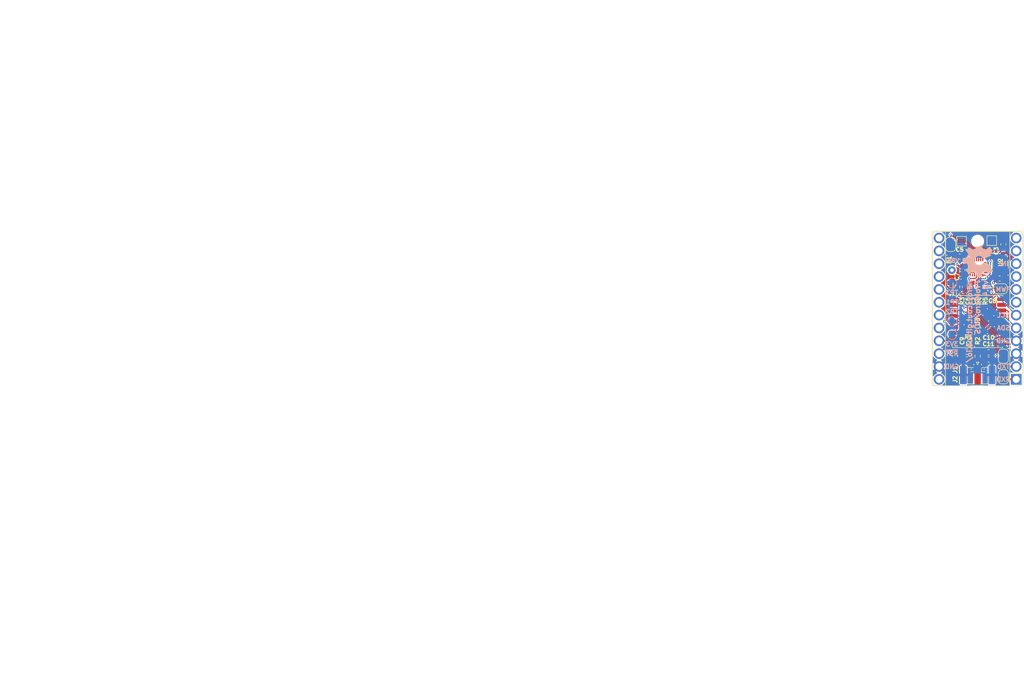
<source format=kicad_pcb>
(kicad_pcb (version 20240108) (generator "pcbnew") (generator_version "8.0")
  (title_block (title "ProMicro_POS") (date "2021-03-15") (rev "v3.4") (company "Stefan Herold") (comment 1 "CERN-OHL-S-2.0"))
  (layers (0 "F.Cu" mixed) (1 "In1.Cu" power) (2 "In2.Cu" power) (31 "B.Cu" mixed) (34 "B.Paste" user) (35 "F.Paste" user) (36 "B.SilkS" user "B.Silkscreen") (37 "F.SilkS" user "F.Silkscreen") (38 "B.Mask" user) (39 "F.Mask" user) (44 "Edge.Cuts" user))
  (net 0 "")
  (net 1 "GND")
  (net 2 "+3V3")
  (net 3 "Net-(L1-Pad1)")
  (net 4 "Net-(D1-Pad2)")
  (net 5 "Net-(C5-Pad1)")
  (net 6 "Net-(R1-Pad2)")
  (net 7 "Net-(TP1-Pad1)")
  (net 8 "Net-(TP2-Pad1)")
  (net 9 "Net-(TP3-Pad1)")
  (net 10 "Net-(JP1-Pad1)")
  (net 11 "Net-(JP2-Pad1)")
  (net 12 "+1V8")
  (net 13 "Net-(C10-Pad1)")
  (net 14 "Net-(C11-Pad1)")
  (net 15 "Net-(JP3-Pad1)")
  (net 16 "Net-(JP4-Pad2)")
  (net 17 "Net-(R3-Pad2)")
  (net 18 "Net-(TP4-Pad1)")
  (net 19 "RXD")
  (net 20 "TXD")
  (net 21 "SDA")
  (net 22 "SCL")
  (net 23 "PWM")
  (net 24 "~{RST}")
  (net 25 "INT")
  (net 26 "Net-(A1-Pad13)")
  (net 27 "Net-(A1-Pad14)")
  (net 28 "Net-(A1-Pad15)")
  (net 29 "Net-(A1-Pad16)")
  (net 30 "Net-(A1-Pad7)")
  (net 31 "Net-(A1-Pad17)")
  (net 32 "Net-(A1-Pad18)")
  (net 33 "Net-(A1-Pad9)")
  (net 34 "Net-(A1-Pad19)")
  (net 35 "Net-(A1-Pad20)")
  (net 36 "Net-(A1-Pad11)")
  (net 37 "Net-(A1-Pad12)")
  (net 38 "+5V")
  (net 39 "Net-(U2-Pad4)")
  (net 40 "Net-(U3-Pad13)")
  (net 41 "Net-(U3-Pad15)")
  (net 42 "Net-(U3-Pad18)")
  (footprint "Connector_Coaxial:SMA_Samtec_SMA-J-P-H-ST-EM1_EdgeMount" (layer "F.Cu") (at 224.38 100.965 -90)
    (property "Reference" "J2" (at 0.635 4.445 90) (layer "F.SilkS") (effects (font (size 0.8 0.8) (thickness 0.2))))
    (property "Value" "Coax")
    (pad "1" smd roundrect (at 0 0) (size 1.27 3.2) (layers "F.Cu" "F.Mask") (roundrect_rratio 0.1968503937) (net 14 "Net-(C11-Pad1)"))
    (pad "2" smd roundrect (at -0.25 -2.825) (size 1.35 3.7) (layers "F.Cu" "F.Mask") (roundrect_rratio 0.1851851852) (net 1 "GND"))
    (pad "2" smd roundrect (at -0.25 -2.825) (size 1.35 3.7) (layers "B.Cu" "B.Mask") (roundrect_rratio 0.1851851852) (net 1 "GND"))
    (pad "2" smd roundrect (at -0.25 2.825) (size 1.35 3.7) (layers "F.Cu" "F.Mask") (roundrect_rratio 0.1851851852) (net 1 "GND"))
    (pad "2" smd roundrect (at -0.25 2.825) (size 1.35 3.7) (layers "B.Cu" "B.Mask") (roundrect_rratio 0.1851851852) (net 1 "GND"))
  )
  (footprint "Capacitor_SMD:C_0603_1608Metric" (layer "F.Cu") (at 226.539 96.266)
    (property "Reference" "C10" (at 0 -2.921 0) (layer "F.SilkS") (effects (font (size 0.8 0.8) (thickness 0.2))))
    (property "Value" "DNP")
    (pad "1" smd roundrect (at -0.775 0) (size 0.9 0.95) (layers "F.Cu" "F.Paste" "F.Mask") (net 13 "Net-(C10-Pad1)"))
    (pad "2" smd roundrect (at 0.775 0) (size 0.9 0.95) (layers "F.Cu" "F.Paste" "F.Mask") (net 1 "GND"))
  )
  (footprint "Capacitor_SMD:C_0603_1608Metric" (layer "F.Cu") (at 226.539 97.663)
    (property "Reference" "C11" (at 0 -3.048 0) (layer "F.SilkS") (effects (font (size 0.8 0.8) (thickness 0.2))))
    (property "Value" "DNP")
    (pad "1" smd roundrect (at -0.775 0) (size 0.9 0.95) (layers "F.Cu" "F.Paste" "F.Mask") (net 14 "Net-(C11-Pad1)"))
    (pad "2" smd roundrect (at 0.775 0) (size 0.9 0.95) (layers "F.Cu" "F.Paste" "F.Mask") (net 1 "GND"))
  )
  (footprint "Resistor_SMD:R_0603_1608Metric" (layer "F.Cu") (at 224.38 97.028 90)
    (property "Reference" "R2" (at 3.048 0 90) (layer "F.SilkS") (effects (font (size 0.8 0.8) (thickness 0.2))))
    (property "Value" "0")
    (pad "1" smd roundrect (at -0.825 0 90) (size 0.8 0.95) (layers "F.Cu" "F.Paste" "F.Mask") (net 14 "Net-(C11-Pad1)"))
    (pad "2" smd roundrect (at 0.825 0 90) (size 0.8 0.95) (layers "F.Cu" "F.Paste" "F.Mask") (net 13 "Net-(C10-Pad1)"))
  )
  (footprint "RF_GPS:ublox_MAX" (layer "F.Cu") (at 224.38 90.17)
    (property "Reference" "U3" (at 0 0 90) (layer "F.SilkS") (effects (font (size 0.8 0.8) (thickness 0.2))))
    (property "Value" "SIM28ML" (hide yes))
    (pad "1" smd roundrect (at -4.75 -4.4) (size 1.8 0.7) (layers "F.Cu" "F.Paste" "F.Mask") (net 1 "GND"))
    (pad "2" smd roundrect (at -4.75 -3.3) (size 1.8 0.8) (layers "F.Cu" "F.Paste" "F.Mask") (net 15 "Net-(JP3-Pad1)"))
    (pad "3" smd roundrect (at -4.75 -2.2) (size 1.8 0.8) (layers "F.Cu" "F.Paste" "F.Mask") (net 11 "Net-(JP2-Pad1)"))
    (pad "4" smd roundrect (at -4.75 -1.1) (size 1.8 0.8) (layers "F.Cu" "F.Paste" "F.Mask") (net 17 "Net-(R3-Pad2)"))
    (pad "5" smd roundrect (at -4.75 0) (size 1.8 0.8) (layers "F.Cu" "F.Paste" "F.Mask") (net 16 "Net-(JP4-Pad2)"))
    (pad "6" smd roundrect (at -4.75 1.1) (size 1.8 0.8) (layers "F.Cu" "F.Paste" "F.Mask") (net 18 "Net-(TP4-Pad1)"))
    (pad "7" smd roundrect (at -4.75 2.2) (size 1.8 0.8) (layers "F.Cu" "F.Paste" "F.Mask") (net 2 "+3V3"))
    (pad "8" smd roundrect (at -4.75 3.3) (size 1.8 0.8) (layers "F.Cu" "F.Paste" "F.Mask") (net 2 "+3V3"))
    (pad "9" smd roundrect (at -4.75 4.4) (size 1.8 0.7) (layers "F.Cu" "F.Paste" "F.Mask") (net 24 "~{RST}"))
    (pad "10" smd roundrect (at 4.75 4.4) (size 1.8 0.7) (layers "F.Cu" "F.Paste" "F.Mask") (net 1 "GND"))
    (pad "11" smd roundrect (at 4.75 3.3) (size 1.8 0.8) (layers "F.Cu" "F.Paste" "F.Mask") (net 13 "Net-(C10-Pad1)"))
    (pad "12" smd roundrect (at 4.75 2.2) (size 1.8 0.8) (layers "F.Cu" "F.Paste" "F.Mask") (net 1 "GND"))
    (pad "13" smd roundrect (at 4.75 1.1) (size 1.8 0.8) (layers "F.Cu" "F.Paste" "F.Mask") (net 40 "Net-(U3-Pad13)"))
    (pad "14" smd roundrect (at 4.75 0) (size 1.8 0.8) (layers "F.Cu" "F.Paste" "F.Mask") (net 6 "Net-(R1-Pad2)"))
    (pad "15" smd roundrect (at 4.75 -1.1) (size 1.8 0.8) (layers "F.Cu" "F.Paste" "F.Mask") (net 41 "Net-(U3-Pad15)"))
    (pad "16" smd roundrect (at 4.75 -2.2) (size 1.8 0.8) (layers "F.Cu" "F.Paste" "F.Mask") (net 21 "SDA"))
    (pad "17" smd roundrect (at 4.75 -3.3) (size 1.8 0.8) (layers "F.Cu" "F.Paste" "F.Mask") (net 22 "SCL"))
    (pad "18" smd roundrect (at 4.75 -4.4) (size 1.8 0.7) (layers "F.Cu" "F.Paste" "F.Mask") (net 42 "Net-(U3-Pad18)"))
  )
  (footprint "LED_SMD:LED_0603_1608Metric" (layer "F.Cu") (at 218.792 83.312 90)
    (property "Reference" "D1" (at 5.334 0 90) (layer "F.SilkS") (effects (font (size 0.8 0.8) (thickness 0.2))))
    (property "Value" "LED" (hide yes))
    (pad "1" smd roundrect (at -0.7875 0 90) (size 0.875 0.95) (layers "F.Cu" "F.Paste" "F.Mask") (net 1 "GND"))
    (pad "2" smd roundrect (at 0.7875 0 90) (size 0.875 0.95) (layers "F.Cu" "F.Paste" "F.Mask") (net 4 "Net-(D1-Pad2)"))
  )
  (footprint "Jumper:SolderJumper-2_P1.3mm_Bridged_RoundedPad1.0x1.5mm" (layer "F.Cu") (at 229.46 97.028 -90)
    (property "Reference" "JP3" (hide yes))
    (property "Value" "Jumper_NC_Small" (hide yes))
    (fp_poly (pts (xy 0.25 -0.3) (xy -0.25 -0.3) (xy -0.25 0.3) (xy 0.25 0.3)) (fill solid) (layer "F.Cu"))
    (pad "1" smd custom (at -0.65 0 270) (size 1 0.5) (layers "F.Cu" "F.Mask") (net 15 "Net-(JP3-Pad1)") (options (clearance outline) (anchor rect)) (primitives (gr_circle (center 0 0.25) (end 0.5 0.25) (width 0) (fill yes)) (gr_circle (center 0 -0.25) (end 0.5 -0.25) (width 0) (fill yes)) (gr_poly (pts (xy 0.5 0.75) (xy 0 0.75) (xy 0 -0.75) (xy 0.5 -0.75)) (width 0) (fill yes))))
    (pad "2" smd custom (at 0.65 0 270) (size 1 0.5) (layers "F.Cu" "F.Mask") (net 20 "TXD") (options (clearance outline) (anchor rect)) (primitives (gr_circle (center 0 0.25) (end 0.5 0.25) (width 0) (fill yes)) (gr_circle (center 0 -0.25) (end 0.5 -0.25) (width 0) (fill yes)) (gr_poly (pts (xy 0 0.75) (xy -0.5 0.75) (xy -0.5 -0.75) (xy 0 -0.75)) (width 0) (fill yes))))
  )
  (footprint "Connector_Coaxial:U.FL_Hirose_U.FL-R-SMT-1_Vertical" (layer "F.Cu") (at 224.38 100.965 -90)
    (property "Reference" "J1" (at -1.27 4.445 90) (layer "F.SilkS") (effects (font (size 0.8 0.8) (thickness 0.2))))
    (property "Value" "uFL")
    (pad "1" smd roundrect (at -1.05 0 270) (size 1.05 1) (layers "F.Cu" "F.Paste" "F.Mask") (net 14 "Net-(C11-Pad1)"))
    (pad "2" smd roundrect (at 0.475 -1.475 270) (size 2.2 1.05) (layers "F.Cu" "F.Paste" "F.Mask") (roundrect_rratio 0.2380952381) (net 1 "GND"))
    (pad "2" smd roundrect (at 0.475 1.475 270) (size 2.2 1.05) (layers "F.Cu" "F.Paste" "F.Mask") (roundrect_rratio 0.2380952381) (net 1 "GND"))
    (zone (net 0) (net_name "") (layers "*.Cu") (connect_pads (clearance 0)) (min_thickness 0.25)
      (keepout (tracks not_allowed) (vias not_allowed) (pads not_allowed) (copperpour not_allowed) (footprints allowed))
      (fill (thermal_gap 0.5) (thermal_bridge_width 0.5))
      (polygon (pts (xy 225.33 102.54) (xy 225.33 100.45) (xy 223.43 100.45) (xy 223.43 102.54)))
    )
  )
  (footprint "Capacitor_SMD:C_0603_1608Metric" (layer "F.Cu") (at 221.332 80.01 -90)
    (property "Reference" "C7" (at 1.27 1.016 90) (layer "F.SilkS") (effects (font (size 0.8 0.8) (thickness 0.2))))
    (property "Value" "100n")
    (pad "1" smd roundrect (at -0.775 0 270) (size 0.9 0.95) (layers "F.Cu" "F.Paste" "F.Mask") (net 2 "+3V3"))
    (pad "2" smd roundrect (at 0.775 0 270) (size 0.9 0.95) (layers "F.Cu" "F.Paste" "F.Mask") (net 1 "GND"))
  )
  (footprint "Sensor_Motion:InvenSense_QFN-24_3x3mm_P0.4mm" (layer "F.Cu") (at 224.38 79.502 180)
    (property "Reference" "U1" (at 0.127 0 90) (layer "F.SilkS") (effects (font (size 0.8 0.8) (thickness 0.2))))
    (property "Value" "MPU-9250" (hide yes))
    (pad "1" smd roundrect (at -1.5 -1 180) (size 0.55 0.2) (layers "F.Cu" "F.Paste" "F.Mask") (net 2 "+3V3"))
    (pad "2" smd roundrect (at -1.5 -0.6 180) (size 0.55 0.2) (layers "F.Cu" "F.Paste" "F.Mask"))
    (pad "3" smd roundrect (at -1.5 -0.2 180) (size 0.55 0.2) (layers "F.Cu" "F.Paste" "F.Mask"))
    (pad "4" smd roundrect (at -1.5 0.2 180) (size 0.55 0.2) (layers "F.Cu" "F.Paste" "F.Mask"))
    (pad "5" smd roundrect (at -1.5 0.6 180) (size 0.55 0.2) (layers "F.Cu" "F.Paste" "F.Mask"))
    (pad "6" smd roundrect (at -1.5 1 180) (size 0.55 0.2) (layers "F.Cu" "F.Paste" "F.Mask"))
    (pad "7" smd roundrect (at -1 1.5 270) (size 0.55 0.2) (layers "F.Cu" "F.Paste" "F.Mask") (net 8 "Net-(TP2-Pad1)"))
    (pad "8" smd roundrect (at -0.6 1.5 270) (size 0.55 0.2) (layers "F.Cu" "F.Paste" "F.Mask") (net 12 "+1V8"))
    (pad "9" smd roundrect (at -0.2 1.5 270) (size 0.55 0.2) (layers "F.Cu" "F.Paste" "F.Mask") (net 2 "+3V3"))
    (pad "10" smd roundrect (at 0.2 1.5 270) (size 0.55 0.2) (layers "F.Cu" "F.Paste" "F.Mask") (net 5 "Net-(C5-Pad1)"))
    (pad "11" smd roundrect (at 0.6 1.5 270) (size 0.55 0.2) (layers "F.Cu" "F.Paste" "F.Mask") (net 9 "Net-(TP3-Pad1)"))
    (pad "12" smd roundrect (at 1 1.5 270) (size 0.55 0.2) (layers "F.Cu" "F.Paste" "F.Mask") (net 10 "Net-(JP1-Pad1)"))
    (pad "13" smd roundrect (at 1.5 1 180) (size 0.55 0.2) (layers "F.Cu" "F.Paste" "F.Mask") (net 2 "+3V3"))
    (pad "14" smd roundrect (at 1.5 0.6 180) (size 0.55 0.2) (layers "F.Cu" "F.Paste" "F.Mask"))
    (pad "15" smd roundrect (at 1.5 0.2 180) (size 0.55 0.2) (layers "F.Cu" "F.Paste" "F.Mask"))
    (pad "16" smd roundrect (at 1.5 -0.2 180) (size 0.55 0.2) (layers "F.Cu" "F.Paste" "F.Mask"))
    (pad "17" smd roundrect (at 1.5 -0.6 180) (size 0.55 0.2) (layers "F.Cu" "F.Paste" "F.Mask"))
    (pad "18" smd roundrect (at 1.5 -1 180) (size 0.55 0.2) (layers "F.Cu" "F.Paste" "F.Mask") (net 1 "GND"))
    (pad "19" smd roundrect (at 1 -1.5 270) (size 0.55 0.2) (layers "F.Cu" "F.Paste" "F.Mask"))
    (pad "20" smd roundrect (at 0.6 -1.5 270) (size 0.55 0.2) (layers "F.Cu" "F.Paste" "F.Mask") (net 1 "GND"))
    (pad "21" smd roundrect (at 0.2 -1.5 270) (size 0.55 0.2) (layers "F.Cu" "F.Paste" "F.Mask") (net 7 "Net-(TP1-Pad1)"))
    (pad "22" smd roundrect (at -0.2 -1.5 270) (size 0.55 0.2) (layers "F.Cu" "F.Paste" "F.Mask") (net 2 "+3V3"))
    (pad "23" smd roundrect (at -0.6 -1.5 270) (size 0.55 0.2) (layers "F.Cu" "F.Paste" "F.Mask") (net 22 "SCL"))
    (pad "24" smd roundrect (at -1 -1.5 270) (size 0.55 0.2) (layers "F.Cu" "F.Paste" "F.Mask") (net 21 "SDA"))
    (zone (net 0) (net_name "") (layer "F.Cu") (connect_pads (clearance 0)) (min_thickness 0.254)
      (keepout (tracks not_allowed) (vias not_allowed) (pads not_allowed) (copperpour not_allowed) (footprints allowed))
      (fill (thermal_gap 0.508) (thermal_bridge_width 0.508))
      (polygon (pts (xy 225.255 80.297) (xy 223.505 80.297) (xy 223.505 78.707) (xy 225.255 78.707)))
    )
  )
  (footprint "Resistor_SMD:R_0603_1608Metric" (layer "F.Cu") (at 220.316 83.312 -90)
    (property "Reference" "R3" (at 2.794 -1.016 90) (layer "F.SilkS") (effects (font (size 0.8 0.8) (thickness 0.2))))
    (property "Value" "1k")
    (pad "1" smd roundrect (at -0.825 0 270) (size 0.8 0.95) (layers "F.Cu" "F.Paste" "F.Mask") (net 4 "Net-(D1-Pad2)"))
    (pad "2" smd roundrect (at 0.825 0 270) (size 0.8 0.95) (layers "F.Cu" "F.Paste" "F.Mask") (net 17 "Net-(R3-Pad2)"))
  )
  (footprint "TestPoint:TestPoint_Pad_1.5x1.5mm" (layer "F.Cu") (at 221.205 74.295)
    (property "Reference" "TP5" (hide yes))
    (property "Value" "TestPoint" (hide yes))
    (pad "1" smd rect (at 0 0) (size 1.5 1.5) (layers "F.Cu" "F.Mask") (net 1 "GND"))
  )
  (footprint "TestPoint:TestPoint_Pad_1.5x1.5mm" (layer "F.Cu") (at 227.174 74.168 90)
    (property "Reference" "TP6" (hide yes))
    (property "Value" "TestPoint" (hide yes))
    (pad "1" smd rect (at 0 0 90) (size 1.5 1.5) (layers "F.Cu" "F.Mask") (net 1 "GND"))
  )
  (footprint "Capacitor_SMD:C_0603_1608Metric" (layer "F.Cu") (at 220.824 77.343 180)
    (property "Reference" "C5" (at 0 1.397 0) (layer "F.SilkS") (effects (font (size 0.8 0.8) (thickness 0.2))))
    (property "Value" "100n")
    (pad "1" smd roundrect (at -0.775 0 180) (size 0.9 0.95) (layers "F.Cu" "F.Paste" "F.Mask") (net 5 "Net-(C5-Pad1)"))
    (pad "2" smd roundrect (at 0.775 0 180) (size 0.9 0.95) (layers "F.Cu" "F.Paste" "F.Mask") (net 1 "GND"))
  )
  (footprint "Jumper:SolderJumper-2_P1.3mm_Open_RoundedPad1.0x1.5mm" (layer "F.Cu") (at 228.825 83.693 180)
    (property "Reference" "JP4" (hide yes))
    (property "Value" "SolderJumper_2_Open" (hide yes))
    (pad "1" smd custom (at -0.65 0 180) (size 1 0.5) (layers "F.Cu" "F.Mask") (net 23 "PWM") (options (clearance outline) (anchor rect)) (primitives (gr_circle (center 0 0.25) (end 0.5 0.25) (width 0) (fill yes)) (gr_circle (center 0 -0.25) (end 0.5 -0.25) (width 0) (fill yes)) (gr_poly (pts (xy 0.5 0.75) (xy 0 0.75) (xy 0 -0.75) (xy 0.5 -0.75)) (width 0) (fill yes))))
    (pad "2" smd custom (at 0.65 0 180) (size 1 0.5) (layers "F.Cu" "F.Mask") (net 16 "Net-(JP4-Pad2)") (options (clearance outline) (anchor rect)) (primitives (gr_circle (center 0 0.25) (end 0.5 0.25) (width 0) (fill yes)) (gr_circle (center 0 -0.25) (end 0.5 -0.25) (width 0) (fill yes)) (gr_poly (pts (xy 0 0.75) (xy -0.5 0.75) (xy -0.5 -0.75) (xy 0 -0.75)) (width 0) (fill yes))))
  )
  (footprint "Inductor_SMD:L_0603_1608Metric" (layer "F.Cu") (at 222.221 97.663)
    (property "Reference" "L1" (at 0.508 -3.048 0) (layer "F.SilkS") (effects (font (size 0.8 0.8) (thickness 0.2))))
    (property "Value" "27n")
    (pad "1" smd roundrect (at -0.7875 0) (size 0.875 0.95) (layers "F.Cu" "F.Paste" "F.Mask") (net 3 "Net-(L1-Pad1)"))
    (pad "2" smd roundrect (at 0.7875 0) (size 0.875 0.95) (layers "F.Cu" "F.Paste" "F.Mask") (net 14 "Net-(C11-Pad1)"))
  )
  (footprint "Jumper:SolderJumper-2_P1.3mm_Open_RoundedPad1.0x1.5mm" (layer "F.Cu") (at 229.46 101.092 -90)
    (property "Reference" "JP2" (hide yes))
    (property "Value" "Jumper_NO_Small" (hide yes))
    (pad "1" smd custom (at -0.65 0 270) (size 1 0.5) (layers "F.Cu" "F.Mask") (net 11 "Net-(JP2-Pad1)") (options (clearance outline) (anchor rect)) (primitives (gr_circle (center 0 0.25) (end 0.5 0.25) (width 0) (fill yes)) (gr_circle (center 0 -0.25) (end 0.5 -0.25) (width 0) (fill yes)) (gr_poly (pts (xy 0.5 0.75) (xy 0 0.75) (xy 0 -0.75) (xy 0.5 -0.75)) (width 0) (fill yes))))
    (pad "2" smd custom (at 0.65 0 270) (size 1 0.5) (layers "F.Cu" "F.Mask") (net 19 "RXD") (options (clearance outline) (anchor rect)) (primitives (gr_circle (center 0 0.25) (end 0.5 0.25) (width 0) (fill yes)) (gr_circle (center 0 -0.25) (end 0.5 -0.25) (width 0) (fill yes)) (gr_poly (pts (xy 0 0.75) (xy -0.5 0.75) (xy -0.5 -0.75) (xy 0 -0.75)) (width 0) (fill yes))))
  )
  (footprint "TestPoint:TestPoint_THTPad_D1.5mm_Drill0.7mm" (layer "F.Cu") (at 219.3 80.01)
    (property "Reference" "TP4" (hide yes))
    (property "Value" "VBAT" (at 0 -1.905 0) (layer "B.SilkS") (effects (font (size 0.8 0.8) (thickness 0.2)) (justify mirror)))
    (pad "1" thru_hole circle (at 0 0) (size 1.5 1.5) (drill 0.7) (layers "*.Cu" "*.Mask") (net 18 "Net-(TP4-Pad1)"))
  )
  (footprint "MountingHole:MountingHole_2.1mm" (layer "F.Cu") (at 224.38 74.295)
    (property "Reference" "H2" (hide yes))
    (property "Value" "MountingHole" (hide yes))
    (pad "" np_thru_hole circle (at 0 0) (size 2.1 2.1) (drill 2.1) (layers "*.Cu" "*.Mask"))
  )
  (footprint "Capacitor_SMD:C_0603_1608Metric" (layer "F.Cu") (at 223.364 83.312 -90)
    (property "Reference" "C2" (at 2.794 -0.254 90) (layer "F.SilkS") (effects (font (size 0.8 0.8) (thickness 0.2))))
    (property "Value" "100n")
    (pad "1" smd roundrect (at -0.775 0 270) (size 0.9 0.95) (layers "F.Cu" "F.Paste" "F.Mask") (net 2 "+3V3"))
    (pad "2" smd roundrect (at 0.775 0 270) (size 0.9 0.95) (layers "F.Cu" "F.Paste" "F.Mask") (net 1 "GND"))
  )
  (footprint "Package_TO_SOT_SMD:SOT-23-5" (layer "F.Cu") (at 228.886 78.867 90)
    (property "Reference" "U2" (at 0.381 0 90) (layer "F.SilkS") (effects (font (size 0.8 0.8) (thickness 0.2))))
    (property "Value" "AP2112K-1.8" (hide yes))
    (pad "1" smd roundrect (at -1.1375 -0.95 90) (size 1.325 0.6) (layers "F.Cu" "F.Paste" "F.Mask") (net 2 "+3V3"))
    (pad "2" smd roundrect (at -1.1375 0 90) (size 1.325 0.6) (layers "F.Cu" "F.Paste" "F.Mask") (net 1 "GND"))
    (pad "3" smd roundrect (at -1.1375 0.95 90) (size 1.325 0.6) (layers "F.Cu" "F.Paste" "F.Mask") (net 2 "+3V3"))
    (pad "4" smd roundrect (at 1.1375 0.95 90) (size 1.325 0.6) (layers "F.Cu" "F.Paste" "F.Mask") (net 39 "Net-(U2-Pad4)"))
    (pad "5" smd roundrect (at 1.1375 -0.95 90) (size 1.325 0.6) (layers "F.Cu" "F.Paste" "F.Mask") (net 12 "+1V8"))
  )
  (footprint "Jumper:SolderJumper-2_P1.3mm_Open_RoundedPad1.0x1.5mm" (layer "F.Cu") (at 219.046 74.93 90)
    (property "Reference" "JP1" (hide yes))
    (property "Value" "SolderJumper_2_Open" (hide yes))
    (pad "1" smd custom (at -0.65 0 90) (size 1 0.5) (layers "F.Cu" "F.Mask") (net 10 "Net-(JP1-Pad1)") (options (clearance outline) (anchor rect)) (primitives (gr_circle (center 0 0.25) (end 0.5 0.25) (width 0) (fill yes)) (gr_circle (center 0 -0.25) (end 0.5 -0.25) (width 0) (fill yes)) (gr_poly (pts (xy 0.5 0.75) (xy 0 0.75) (xy 0 -0.75) (xy 0.5 -0.75)) (width 0) (fill yes))))
    (pad "2" smd custom (at 0.65 0 90) (size 1 0.5) (layers "F.Cu" "F.Mask") (net 25 "INT") (options (clearance outline) (anchor rect)) (primitives (gr_circle (center 0 0.25) (end 0.5 0.25) (width 0) (fill yes)) (gr_circle (center 0 -0.25) (end 0.5 -0.25) (width 0) (fill yes)) (gr_poly (pts (xy 0 0.75) (xy -0.5 0.75) (xy -0.5 -0.75) (xy 0 -0.75)) (width 0) (fill yes))))
  )
  (footprint "Resistor_SMD:R_0603_1608Metric" (layer "F.Cu") (at 224.888 83.312 90)
    (property "Reference" "R4" (at -2.794 -0.127 90) (layer "F.SilkS") (effects (font (size 0.8 0.8) (thickness 0.2))))
    (property "Value" "4k7")
    (pad "1" smd roundrect (at -0.825 0 90) (size 0.8 0.95) (layers "F.Cu" "F.Paste" "F.Mask") (net 2 "+3V3"))
    (pad "2" smd roundrect (at 0.825 0 90) (size 0.8 0.95) (layers "F.Cu" "F.Paste" "F.Mask") (net 22 "SCL"))
  )
  (footprint "Module:Sparkfun_Pro_Micro" (layer "F.Cu") (at 232 101.6 180)
    (property "Reference" "A1" (hide yes))
    (property "Value" "Sparkfun_Pro_Micro")
    (pad "1" thru_hole rect (at 0 0 180) (size 2.1 2.1) (drill 1.4) (layers "*.Cu" "*.Mask") (net 19 "RXD"))
    (pad "2" thru_hole circle (at 0 2.54 180) (size 2.1 2.1) (drill 1.4) (layers "*.Cu" "*.Mask") (net 20 "TXD"))
    (pad "3" thru_hole circle (at 0 5.08 180) (size 2.1 2.1) (drill 1.4) (layers "*.Cu" "*.Mask") (net 1 "GND"))
    (pad "4" thru_hole circle (at 0 7.62 180) (size 2.1 2.1) (drill 1.4) (layers "*.Cu" "*.Mask") (net 1 "GND"))
    (pad "5" thru_hole circle (at 0 10.16 180) (size 2.1 2.1) (drill 1.4) (layers "*.Cu" "*.Mask") (net 21 "SDA"))
    (pad "6" thru_hole circle (at 0 12.7 180) (size 2.1 2.1) (drill 1.4) (layers "*.Cu" "*.Mask") (net 22 "SCL"))
    (pad "7" thru_hole circle (at 0 15.24 180) (size 2.1 2.1) (drill 1.4) (layers "*.Cu" "*.Mask") (net 30 "Net-(A1-Pad7)"))
    (pad "8" thru_hole circle (at 0 17.78 180) (size 2.1 2.1) (drill 1.4) (layers "*.Cu" "*.Mask") (net 23 "PWM"))
    (pad "9" thru_hole circle (at 0 20.32 180) (size 2.1 2.1) (drill 1.4) (layers "*.Cu" "*.Mask") (net 33 "Net-(A1-Pad9)"))
    (pad "10" thru_hole circle (at 0 22.86 180) (size 2.1 2.1) (drill 1.4) (layers "*.Cu" "*.Mask") (net 25 "INT"))
    (pad "11" thru_hole circle (at 0 25.4 180) (size 2.1 2.1) (drill 1.4) (layers "*.Cu" "*.Mask") (net 36 "Net-(A1-Pad11)"))
    (pad "12" thru_hole circle (at 0 27.94 180) (size 2.1 2.1) (drill 1.4) (layers "*.Cu" "*.Mask") (net 37 "Net-(A1-Pad12)"))
    (pad "13" thru_hole circle (at 15.24 27.94 180) (size 2.1 2.1) (drill 1.4) (layers "*.Cu" "*.Mask") (net 26 "Net-(A1-Pad13)"))
    (pad "14" thru_hole circle (at 15.24 25.4 180) (size 2.1 2.1) (drill 1.4) (layers "*.Cu" "*.Mask") (net 27 "Net-(A1-Pad14)"))
    (pad "15" thru_hole circle (at 15.24 22.86 180) (size 2.1 2.1) (drill 1.4) (layers "*.Cu" "*.Mask") (net 28 "Net-(A1-Pad15)"))
    (pad "16" thru_hole circle (at 15.24 20.32 180) (size 2.1 2.1) (drill 1.4) (layers "*.Cu" "*.Mask") (net 29 "Net-(A1-Pad16)"))
    (pad "17" thru_hole circle (at 15.24 17.78 180) (size 2.1 2.1) (drill 1.4) (layers "*.Cu" "*.Mask") (net 31 "Net-(A1-Pad17)"))
    (pad "18" thru_hole circle (at 15.24 15.24 180) (size 2.1 2.1) (drill 1.4) (layers "*.Cu" "*.Mask") (net 32 "Net-(A1-Pad18)"))
    (pad "19" thru_hole circle (at 15.24 12.7 180) (size 2.1 2.1) (drill 1.4) (layers "*.Cu" "*.Mask") (net 34 "Net-(A1-Pad19)"))
    (pad "20" thru_hole circle (at 15.24 10.16 180) (size 2.1 2.1) (drill 1.4) (layers "*.Cu" "*.Mask") (net 35 "Net-(A1-Pad20)"))
    (pad "21" thru_hole circle (at 15.24 7.62 180) (size 2.1 2.1) (drill 1.4) (layers "*.Cu" "*.Mask") (net 2 "+3V3"))
    (pad "22" thru_hole circle (at 15.24 5.08 180) (size 2.1 2.1) (drill 1.4) (layers "*.Cu" "*.Mask") (net 24 "~{RST}"))
    (pad "23" thru_hole circle (at 15.24 2.54 180) (size 2.1 2.1) (drill 1.4) (layers "*.Cu" "*.Mask") (net 1 "GND"))
    (pad "24" thru_hole circle (at 15.24 0 180) (size 2.1 2.1) (drill 1.4) (layers "*.Cu" "*.Mask") (net 38 "+5V"))
  )
  (footprint "Resistor_SMD:R_0603_1608Metric" (layer "F.Cu") (at 226.412 83.312 90)
    (property "Reference" "R5" (at -2.794 -0.508 90) (layer "F.SilkS") (effects (font (size 0.8 0.8) (thickness 0.2))))
    (property "Value" "4k7")
    (pad "1" smd roundrect (at -0.825 0 90) (size 0.8 0.95) (layers "F.Cu" "F.Paste" "F.Mask") (net 2 "+3V3"))
    (pad "2" smd roundrect (at 0.825 0 90) (size 0.8 0.95) (layers "F.Cu" "F.Paste" "F.Mask") (net 21 "SDA"))
  )
  (footprint "Capacitor_SMD:C_0603_1608Metric" (layer "F.Cu") (at 219.935 97.005 -90)
    (property "Reference" "C9" (at -3.025 -1.397 90) (layer "F.SilkS") (effects (font (size 0.8 0.8) (thickness 0.2))))
    (property "Value" "100n")
    (pad "1" smd roundrect (at -0.775 0 270) (size 0.9 0.95) (layers "F.Cu" "F.Paste" "F.Mask") (net 2 "+3V3"))
    (pad "2" smd roundrect (at 0.775 0 270) (size 0.9 0.95) (layers "F.Cu" "F.Paste" "F.Mask") (net 1 "GND"))
  )
  (footprint "Capacitor_SMD:C_0603_1608Metric" (layer "F.Cu") (at 229.46 74.93 90)
    (property "Reference" "C3" (at -1.27 -1.397 90) (layer "F.SilkS") (effects (font (size 0.8 0.8) (thickness 0.2))))
    (property "Value" "100n")
    (pad "1" smd roundrect (at -0.775 0 90) (size 0.9 0.95) (layers "F.Cu" "F.Paste" "F.Mask") (net 12 "+1V8"))
    (pad "2" smd roundrect (at 0.775 0 90) (size 0.9 0.95) (layers "F.Cu" "F.Paste" "F.Mask") (net 1 "GND"))
  )
  (footprint "Capacitor_SMD:C_0603_1608Metric" (layer "F.Cu") (at 221.84 83.312 -90)
    (property "Reference" "C6" (at 2.794 -0.635 90) (layer "F.SilkS") (effects (font (size 0.8 0.8) (thickness 0.2))))
    (property "Value" "10n")
    (pad "1" smd roundrect (at -0.775 0 270) (size 0.9 0.95) (layers "F.Cu" "F.Paste" "F.Mask") (net 2 "+3V3"))
    (pad "2" smd roundrect (at 0.775 0 270) (size 0.9 0.95) (layers "F.Cu" "F.Paste" "F.Mask") (net 1 "GND"))
  )
  (footprint "Capacitor_SMD:C_0603_1608Metric" (layer "F.Cu") (at 228.7235 81.661)
    (property "Reference" "C8" (at -1.4225 4.445 0) (layer "F.SilkS") (effects (font (size 0.8 0.8) (thickness 0.2))))
    (property "Value" "4,7µ" (hide yes))
    (pad "1" smd roundrect (at -0.775 0) (size 0.9 0.95) (layers "F.Cu" "F.Paste" "F.Mask") (net 2 "+3V3"))
    (pad "2" smd roundrect (at 0.775 0) (size 0.9 0.95) (layers "F.Cu" "F.Paste" "F.Mask") (net 1 "GND"))
  )
  (footprint "Resistor_SMD:R_0603_1608Metric" (layer "F.Cu") (at 222.221 96.139)
    (property "Reference" "R1" (at 0.381 -2.921 0) (layer "F.SilkS") (effects (font (size 0.8 0.8) (thickness 0.2))))
    (property "Value" "10")
    (pad "1" smd roundrect (at -0.825 0) (size 0.8 0.95) (layers "F.Cu" "F.Paste" "F.Mask") (net 3 "Net-(L1-Pad1)"))
    (pad "2" smd roundrect (at 0.825 0) (size 0.8 0.95) (layers "F.Cu" "F.Paste" "F.Mask") (net 6 "Net-(R1-Pad2)"))
  )
  (footprint "TestPoint:TestPoint_Pad_D1.5mm" (layer "B.Cu") (at 219.3 90.17)
    (property "Reference" "TP1" (at 0 -3.81 0) (layer "B.SilkS") (effects (font (size 0.9 0.9) (thickness 0.2)) (justify mirror)))
    (property "Value" "AUX_SDA" (hide yes))
    (pad "1" smd circle (at 0 0) (size 1.5 1.5) (layers "B.Cu" "B.Mask") (net 7 "Net-(TP1-Pad1)"))
  )
  (footprint "TestPoint:TestPoint_Pad_D1.5mm" (layer "B.Cu") (at 219.3 92.71)
    (property "Reference" "TP2" (at 0 -4.445 0) (layer "B.SilkS") (effects (font (size 0.9 0.9) (thickness 0.2)) (justify mirror)))
    (property "Value" "AUX_SCL" (hide yes))
    (pad "1" smd circle (at 0 0) (size 1.5 1.5) (layers "B.Cu" "B.Mask") (net 8 "Net-(TP2-Pad1)"))
  )
  (footprint "TestPoint:TestPoint_Pad_D1.5mm" (layer "B.Cu") (at 219.3 82.55)
    (property "Reference" "TP3" (at 0 1.905 0) (layer "B.SilkS") (effects (font (size 0.9 0.9) (thickness 0.2)) (justify mirror)))
    (property "Value" "FSYNC" (hide yes))
    (pad "1" smd circle (at 0 0) (size 1.5 1.5) (layers "B.Cu" "B.Mask") (net 9 "Net-(TP3-Pad1)"))
  )
  (footprint "Symbol:OSHW-Symbol_6.7x6mm_SilkScreen" (layer "B.Cu") (at 224.38 78.105 -90)
    (property "Reference" "LOGO1" (hide yes))
    (property "Value" "Logo_Open_Hardware_Small" (hide yes))
  )
  (gr_line (start 233.27 73.025) (end 233.27 102.235) (stroke (width 0.1)) (layer "Edge.Cuts"))
  (gr_arc (start 215.49 73.025) (mid 215.675987 72.575987) (end 216.125 72.39) (stroke (width 0.1)) (layer "Edge.Cuts"))
  (gr_line (start 232.635 102.87) (end 216.125 102.87) (stroke (width 0.1)) (layer "Edge.Cuts"))
  (gr_arc (start 233.27 102.235) (mid 233.084013 102.684013) (end 232.635 102.87) (stroke (width 0.1)) (layer "Edge.Cuts"))
  (gr_line (start 216.125 72.39) (end 232.635 72.39) (stroke (width 0.1)) (layer "Edge.Cuts"))
  (gr_arc (start 232.635 72.39) (mid 233.084013 72.575987) (end 233.27 73.025) (stroke (width 0.1)) (layer "Edge.Cuts"))
  (gr_line (start 215.49 102.235) (end 215.49 73.025) (stroke (width 0.1)) (layer "Edge.Cuts"))
  (gr_arc (start 216.125 102.87) (mid 215.675987 102.684013) (end 215.49 102.235) (stroke (width 0.1)) (layer "Edge.Cuts"))
  (gr_text "nerdyscout.github.io/\nProMicro/POS\nv3.4" (at 224.38 81.915 90) (layer "B.SilkS") (effects (font (size 1 1) (thickness 0.25)) (justify left mirror)))
  (gr_text "SDA" (at 229.46 91.44 0) (layer "B.SilkS") (effects (font (size 0.9 0.9) (thickness 0.2)) (justify mirror)))
  (gr_text "GND" (at 229.46 93.98 0) (layer "B.SilkS") (effects (font (size 0.9 0.9) (thickness 0.2)) (justify mirror)))
  (gr_text "TXD" (at 229.46 99.06 0) (layer "B.SilkS") (effects (font (size 0.9 0.9) (thickness 0.2)) (justify mirror)))
  (gr_text "RXD" (at 229.46 101.6 0) (layer "B.SilkS") (effects (font (size 0.9 0.9) (thickness 0.2)) (justify mirror)))
  (gr_text "GND" (at 219.3 99.06 0) (layer "B.SilkS") (effects (font (size 0.9 0.9) (thickness 0.2)) (justify mirror)))
  (gr_text "~{RST}" (at 219.3 96.52 0) (layer "B.SilkS") (effects (font (size 0.9 0.9) (thickness 0.2)) (justify mirror)))
  (gr_text "3V3" (at 219.3 94.615 0) (layer "B.SilkS") (effects (font (size 0.9 0.9) (thickness 0.2)) (justify mirror)))
  (gr_text "PWM" (at 229.46 83.82 0) (layer "B.SilkS") (effects (font (size 0.9 0.9) (thickness 0.2)) (justify mirror)))
  (gr_text "INT" (at 229.46 78.74 0) (layer "B.SilkS") (effects (font (size 0.9 0.9) (thickness 0.2)) (justify mirror)))
  (gr_text "SCL" (at 229.46 88.9 0) (layer "B.SilkS") (effects (font (size 0.9 0.9) (thickness 0.2)) (justify mirror)))
  (segment (start 223.155 80.502) (end 223.18001 80.47699) (width 0.15) (layer "F.Cu") (net 1))
  (segment (start 223.78 80.64136) (end 223.78 81.002) (width 0.15) (layer "F.Cu") (net 1))
  (segment (start 222.88 80.502) (end 223.155 80.502) (width 0.15) (layer "F.Cu") (net 1))
  (segment (start 223.61563 80.47699) (end 223.78 80.64136) (width 0.15) (layer "F.Cu") (net 1))
  (segment (start 223.18001 80.47699) (end 223.61563 80.47699) (width 0.15) (layer "F.Cu") (net 1))
  (via (at 222.475 93.98) (size 0.5) (drill 0.2) (layers "F.Cu" "B.Cu") (net 1))
  (via (at 226.539 90.043) (size 0.5) (drill 0.2) (layers "F.Cu" "B.Cu") (net 1))
  (via (at 226.285 87.63) (size 0.45) (drill 0.2) (layers "F.Cu" "B.Cu") (net 1))
  (via (at 224.38 94.488) (size 0.5) (drill 0.2) (layers "F.Cu" "B.Cu") (net 1))
  (via (at 225.65 93.218) (size 0.5) (drill 0.2) (layers "F.Cu" "B.Cu") (net 1))
  (via (at 225.396 86.741) (size 0.45) (drill 0.2) (layers "F.Cu" "B.Cu") (net 1))
  (via (at 223.11 93.345) (size 0.5) (drill 0.2) (layers "F.Cu" "B.Cu") (net 1))
  (via (at 225.142 98.679) (size 0.5) (drill 0.2) (layers "F.Cu" "B.Cu") (net 1))
  (via (at 230.73 80.01) (size 0.45) (drill 0.2) (layers "F.Cu" "B.Cu") (net 1))
  (via (at 219.554 84.836) (size 0.45) (drill 0.2) (layers "F.Cu" "B.Cu") (net 1))
  (via (at 221.078 81.788) (size 0.45) (drill 0.2) (layers "F.Cu" "B.Cu") (net 1))
  (via (at 225.015 93.853) (size 0.5) (drill 0.2) (layers "F.Cu" "B.Cu") (net 1))
  (via (at 222.094 75.946) (size 0.45) (drill 0.2) (layers "F.Cu" "B.Cu") (net 1))
  (via (at 225.65 99.568) (size 0.5) (drill 0.2) (layers "F.Cu" "B.Cu") (net 1))
  (via (at 221.713 90.805) (size 0.45) (drill 0.2) (layers "F.Cu" "B.Cu") (net 1))
  (via (at 220.189 99.441) (size 0.5) (drill 0.2) (layers "F.Cu" "B.Cu") (net 1))
  (via (at 227.555 89.027) (size 0.5) (drill 0.2) (layers "F.Cu" "B.Cu") (net 1))
  (via (at 223.618 98.679) (size 0.5) (drill 0.2) (layers "F.Cu" "B.Cu") (net 1))
  (via (at 225.396 88.9) (size 0.5) (drill 0.2) (layers "F.Cu" "B.Cu") (net 1))
  (via (at 226.793 75.565) (size 0.45) (drill 0.2) (layers "F.Cu" "B.Cu") (net 1))
  (via (at 224.38 92.075) (size 0.5) (drill 0.2) (layers "F.Cu" "B.Cu") (net 1))
  (via (at 230.73 82.55) (size 0.45) (drill 0.2) (layers "F.Cu" "B.Cu") (net 1))
  (via (at 227.682 91.186) (size 0.5) (drill 0.2) (layers "F.Cu" "B.Cu") (net 1))
  (via (at 221.205 75.946) (size 0.45) (drill 0.2) (layers "F.Cu" "B.Cu") (net 1))
  (via (at 228.825 78.359) (size 0.45) (drill 0.2) (layers "F.Cu" "B.Cu") (net 1))
  (via (at 226.285 95.25) (size 0.5) (drill 0.2) (layers "F.Cu" "B.Cu") (net 1))
  (via (at 228.571 99.441) (size 0.5) (drill 0.2) (layers "F.Cu" "B.Cu") (net 1))
  (via (at 225.015 91.44) (size 0.5) (drill 0.2) (layers "F.Cu" "B.Cu") (net 1))
  (via (at 226.92 94.615) (size 0.5) (drill 0.2) (layers "F.Cu" "B.Cu") (net 1))
  (via (at 223.745 92.71) (size 0.5) (drill 0.2) (layers "F.Cu" "B.Cu") (net 1))
  (via (at 218.284 77.089) (size 0.5) (drill 0.2) (layers "F.Cu" "B.Cu") (net 1))
  (via (at 230.4 81) (size 0.45) (drill 0.2) (layers "F.Cu" "B.Cu") (net 1))
  (via (at 224.253 87.757) (size 0.5) (drill 0.2) (layers "F.Cu" "B.Cu") (net 1))
  (via (at 226.285 92.583) (size 0.5) (drill 0.2) (layers "F.Cu" "B.Cu") (net 1))
  (via (at 220.316 75.946) (size 0.45) (drill 0.2) (layers "F.Cu" "B.Cu") (net 1))
  (via (at 223.745 95.123) (size 0.5) (drill 0.2) (layers "F.Cu" "B.Cu") (net 1))
  (via (at 222.094 79.883) (size 0.45) (drill 0.2) (layers "F.Cu" "B.Cu") (net 1))
  (via (at 223.872 90.424) (size 0.5) (drill 0.2) (layers "F.Cu" "B.Cu") (net 1))
  (via (at 218.665 78.359) (size 0.5) (drill 0.2) (layers "F.Cu" "B.Cu") (net 1))
  (via (at 223.11 99.568) (size 0.5) (drill 0.2) (layers "F.Cu" "B.Cu") (net 1))
  (via (at 222.729 89.281) (size 0.45) (drill 0.2) (layers "F.Cu" "B.Cu") (net 1))
  (segment (start 224.58 78.002) (end 224.58 77.000168) (width 0.2) (layer "F.Cu") (net 2))
  (segment (start 220.948994 93.47) (end 220.948994 95.203506) (width 0.4) (layer "F.Cu") (net 2))
  (segment (start 224.11299 83.32449) (end 224.11299 82.30901) (width 0.2) (layer "F.Cu") (net 2))
  (segment (start 227.173644 81.661) (end 226.8 81.287356) (width 0.2) (layer "F.Cu") (net 2))
  (segment (start 222.221 79.121) (end 222.1195 79.2225) (width 0.2) (layer "F.Cu") (net 2))
  (segment (start 220.951 93.216) (end 220.951 92.591) (width 0.4) (layer "F.Cu") (net 2))
  (segment (start 220.565999 79.116999) (end 220.316 78.867) (width 0.3) (layer "F.Cu") (net 2))
  (segment (start 224.888 84.0995) (end 224.11299 83.32449) (width 0.2) (layer "F.Cu") (net 2))
  (segment (start 221.332 79.2225) (end 221.4335 79.2225) (width 0.2) (layer "F.Cu") (net 2))
  (segment (start 220.948994 93.218006) (end 220.948994 93.47) (width 0.4) (layer "F.Cu") (net 2))
  (segment (start 222.221 78.74) (end 222.221 79.121) (width 0.2) (layer "F.Cu") (net 2))
  (segment (start 224.11299 82.004686) (end 224.11299 82.30901) (width 0.2) (layer "F.Cu") (net 2))
  (segment (start 224.11299 82.30901) (end 224.11299 82.5245) (width 0.2) (layer "F.Cu") (net 2))
  (segment (start 219.63 93.47) (end 218.54 93.47) (width 0.4) (layer "F.Cu") (net 2))
  (segment (start 224.286676 81.831) (end 224.11299 82.004686) (width 0.2) (layer "F.Cu") (net 2))
  (segment (start 218.97 96.23) (end 219.935 96.23) (width 0.4) (layer "F.Cu") (net 2))
  (segment (start 224.58 77.000168) (end 224.95457 76.625598) (width 0.2) (layer "F.Cu") (net 2))
  (segment (start 226.412 84.0995) (end 224.888 84.0995) (width 0.2) (layer "F.Cu") (net 2))
  (segment (start 229.836 80.094) (end 229.836 79.364) (width 0.2) (layer "F.Cu") (net 2))
  (segment (start 227.936 79.364) (end 227.936 81.661) (width 0.2) (layer "F.Cu") (net 2))
  (segment (start 220.948994 95.203506) (end 219.935 96.2175) (width 0.4) (layer "F.Cu") (net 2))
  (segment (start 220.73 92.37) (end 219.63 92.37) (width 0.4) (layer "F.Cu") (net 2))
  (segment (start 223.3895 82.5245) (end 223.364 82.5245) (width 0.2) (layer "F.Cu") (net 2))
  (segment (start 222.459 78.502) (end 222.221 78.74) (width 0.2) (layer "F.Cu") (net 2))
  (segment (start 226.65 80.502) (end 225.88 80.502) (width 0.2) (layer "F.Cu") (net 2))
  (segment (start 226.8 80.652) (end 226.65 80.502) (width 0.2) (layer "F.Cu") (net 2))
  (segment (start 226.8 81.287356) (end 226.8 80.652) (width 0.2) (layer "F.Cu") (net 2))
  (segment (start 218.54 93.47) (end 218.03 93.98) (width 0.4) (layer "F.Cu") (net 2))
  (segment (start 222.88 78.502) (end 222.459 78.502) (width 0.2) (layer "F.Cu") (net 2))
  (segment (start 224.37286 81.831) (end 224.286676 81.831) (width 0.2) (layer "F.Cu") (net 2))
  (segment (start 224.58 81.002) (end 224.58 81.62386) (width 0.2) (layer "F.Cu") (net 2))
  (segment (start 222.1195 79.2225) (end 221.332 79.2225) (width 0.2) (layer "F.Cu") (net 2))
  (segment (start 227.5 82.5) (end 227.9485 82.0515) (width 0.4) (layer "F.Cu") (net 2))
  (segment (start 229.836 79.364) (end 229.514 79.042) (width 0.2) (layer "F.Cu") (net 2))
  (segment (start 223.364 82.5245) (end 221.84 82.5245) (width 0.2) (layer "F.Cu") (net 2))
  (segment (start 228.258 79.042) (end 227.936 79.364) (width 0.2) (layer "F.Cu") (net 2))
  (segment (start 218.03 93.98) (end 216.76 93.98) (width 0.4) (layer "F.Cu") (net 2))
  (segment (start 224.11299 82.5245) (end 223.364 82.5245) (width 0.2) (layer "F.Cu") (net 2))
  (segment (start 221.332 79.2225) (end 220.6715 79.2225) (width 0.3) (layer "F.Cu") (net 2))
  (segment (start 220.6715 79.2225) (end 220.565999 79.116999) (width 0.3) (layer "F.Cu") (net 2))
  (segment (start 227.9485 82.0515) (end 227.9485 81.661) (width 0.4) (layer "F.Cu") (net 2))
  (segment (start 220.951 92.591) (end 220.73 92.37) (width 0.4) (layer "F.Cu") (net 2))
  (segment (start 228.0375 81.661) (end 227.173644 81.661) (width 0.2) (layer "F.Cu") (net 2))
  (segment (start 224.58 81.62386) (end 224.37286 81.831) (width 0.2) (layer "F.Cu") (net 2))
  (segment (start 220.948994 93.47) (end 219.556 93.47) (width 0.4) (layer "F.Cu") (net 2))
  (segment (start 229.514 79.042) (end 228.258 79.042) (width 0.2) (layer "F.Cu") (net 2))
  (via (at 224.11299 83.32449) (size 0.5) (drill 0.2) (layers "F.Cu" "B.Cu") (net 2))
  (via (at 220.316 78.867) (size 0.5) (drill 0.2) (layers "F.Cu" "B.Cu") (net 2))
  (via (at 218.97 96.23) (size 0.6) (drill 0.3) (layers "F.Cu" "B.Cu") (net 2))
  (via (at 224.95457 76.625598) (size 0.5) (drill 0.2) (layers "F.Cu" "B.Cu") (net 2))
  (via (at 227.5 82.5) (size 0.6) (drill 0.3) (layers "F.Cu" "B.Cu") (net 2))
  (segment (start 221.4335 97.663) (end 221.4335 96.266) (width 0.25) (layer "F.Cu") (net 3))
  (segment (start 220.316 82.5245) (end 218.792 82.5245) (width 0.2) (layer "F.Cu") (net 4))
  (segment (start 223.491 76.581) (end 221.84 76.581) (width 0.2) (layer "F.Cu") (net 5))
  (segment (start 221.637 76.784) (end 221.637 77.343) (width 0.2) (layer "F.Cu") (net 5))
  (segment (start 224.18 78.002) (end 224.18 77.27) (width 0.2) (layer "F.Cu") (net 5))
  (segment (start 221.84 76.581) (end 221.637 76.784) (width 0.2) (layer "F.Cu") (net 5))
  (segment (start 224.18 77.27) (end 223.491 76.581) (width 0.2) (layer "F.Cu") (net 5))
  (segment (start 227.555 90.17) (end 229.13 90.17) (width 0.38) (layer "F.Cu") (net 6))
  (segment (start 223.364 94.361) (end 227.555 90.17) (width 0.38) (layer "F.Cu") (net 6))
  (segment (start 223.0085 94.7165) (end 223.364 94.361) (width 0.38) (layer "F.Cu") (net 6))
  (segment (start 223.0085 96.266) (end 223.0085 94.7165) (width 0.38) (layer "F.Cu") (net 6))
  (segment (start 222.729 81.661) (end 223.491 81.661) (width 0.2) (layer "F.Cu") (net 7))
  (segment (start 223.89099 81.661) (end 223.491 81.661) (width 0.2) (layer "F.Cu") (net 7))
  (segment (start 224.18 81.377) (end 224.17499 81.377) (width 0.2) (layer "F.Cu") (net 7))
  (segment (start 224.18 81.002) (end 224.18 81.377) (width 0.2) (layer "F.Cu") (net 7))
  (segment (start 224.17499 81.377) (end 223.89099 81.661) (width 0.2) (layer "F.Cu") (net 7))
  (segment (start 224.18 81.377) (end 224.126 81.431) (width 0.2) (layer "F.Cu") (net 7))
  (via (at 222.729 81.661) (size 0.5) (drill 0.2) (layers "F.Cu" "B.Cu") (net 7))
  (segment (start 219.3 87.122) (end 219.3 90.17) (width 0.2) (layer "B.Cu") (net 7))
  (segment (start 222.729 83.058) (end 219.3 86.487) (width 0.2) (layer "B.Cu") (net 7))
  (segment (start 219.3 86.487) (end 219.3 87.122) (width 0.2) (layer "B.Cu") (net 7))
  (segment (start 222.729 81.661) (end 222.729 83.058) (width 0.2) (layer "B.Cu") (net 7))
  (segment (start 225.38 77.74) (end 225.65 77.47) (width 0.2) (layer "F.Cu") (net 8))
  (segment (start 226.92 77.597) (end 226.92 78.232) (width 0.2) (layer "F.Cu") (net 8))
  (segment (start 225.38 78.002) (end 225.38 77.74) (width 0.2) (layer "F.Cu") (net 8))
  (segment (start 226.793 77.47) (end 226.92 77.597) (width 0.2) (layer "F.Cu") (net 8))
  (segment (start 225.65 77.47) (end 226.793 77.47) (width 0.2) (layer "F.Cu") (net 8))
  (via (at 226.92 78.232) (size 0.45) (drill 0.2) (layers "F.Cu" "B.Cu") (net 8))
  (segment (start 219.3 92.71) (end 220.443 91.567) (width 0.2) (layer "B.Cu") (net 8))
  (segment (start 225.866279 81.698721) (end 226.92 80.645) (width 0.2) (layer "B.Cu") (net 8))
  (segment (start 226.92 78.550198) (end 226.92 78.232) (width 0.2) (layer "B.Cu") (net 8))
  (segment (start 220.443 91.567) (end 220.443 85.979) (width 0.2) (layer "B.Cu") (net 8))
  (segment (start 224.723279 81.698721) (end 225.866279 81.698721) (width 0.2) (layer "B.Cu") (net 8))
  (segment (start 220.443 85.979) (end 224.723279 81.698721) (width 0.2) (layer "B.Cu") (net 8))
  (segment (start 226.92 80.645) (end 226.92 78.550198) (width 0.2) (layer "B.Cu") (net 8))
  (segment (start 223.047198 77.36001) (end 222.729 77.36001) (width 0.2) (layer "F.Cu") (net 9))
  (segment (start 223.63501 77.36001) (end 223.047198 77.36001) (width 0.2) (layer "F.Cu") (net 9))
  (segment (start 223.78 78.002) (end 223.78 77.505) (width 0.2) (layer "F.Cu") (net 9))
  (segment (start 223.78 77.505) (end 223.63501 77.36001) (width 0.2) (layer "F.Cu") (net 9))
  (via (at 222.729 77.36001) (size 0.45) (drill 0.2) (layers "F.Cu" "B.Cu") (net 9))
  (segment (start 220.697 79.39201) (end 222.504001 77.585009) (width 0.2) (layer "B.Cu") (net 9))
  (segment (start 219.3 82.55) (end 220.697 81.153) (width 0.2) (layer "B.Cu") (net 9))
  (segment (start 220.697 81.153) (end 220.697 79.39201) (width 0.2) (layer "B.Cu") (net 9))
  (segment (start 222.504001 77.585009) (end 222.729 77.36001) (width 0.2) (layer "B.Cu") (net 9))
  (segment (start 219.046 77.56114) (end 219.046 75.58) (width 0.2) (layer "F.Cu") (net 10))
  (segment (start 223.38 78.002) (end 222.16114 78.002) (width 0.2) (layer "F.Cu") (net 10))
  (segment (start 219.71686 78.232) (end 219.046 77.56114) (width 0.2) (layer "F.Cu") (net 10))
  (segment (start 221.93114 78.232) (end 219.71686 78.232) (width 0.2) (layer "F.Cu") (net 10))
  (segment (start 222.16114 78.002) (end 221.93114 78.232) (width 0.2) (layer "F.Cu") (net 10))
  (segment (start 228.19 97.254555) (end 228.19 96.901002) (width 0.2) (layer "F.Cu") (net 11))
  (segment (start 228.19 97.889553) (end 228.19 97.254555) (width 0.2) (layer "F.Cu") (net 11))
  (segment (start 221.354496 87.97) (end 221.463001 88.078505) (width 0.2) (layer "F.Cu") (net 11))
  (segment (start 219.63 87.97) (end 221.354496 87.97) (width 0.2) (layer "F.Cu") (net 11))
  (segment (start 229.46 100.3) (end 229.46 99.159553) (width 0.2) (layer "F.Cu") (net 11))
  (segment (start 229.46 99.159553) (end 228.19 97.889553) (width 0.2) (layer "F.Cu") (net 11))
  (segment (start 221.463001 88.078505) (end 221.713 88.328504) (width 0.2) (layer "F.Cu") (net 11))
  (via (at 228.19 96.901002) (size 0.5) (drill 0.2) (layers "F.Cu" "B.Cu") (net 11))
  (via (at 221.713 88.328504) (size 0.5) (drill 0.2) (layers "F.Cu" "B.Cu") (net 11))
  (segment (start 222.066553 88.328504) (end 221.713 88.328504) (width 0.2) (layer "B.Cu") (net 11))
  (segment (start 228.19 93.345) (end 223.173504 88.328504) (width 0.2) (layer "B.Cu") (net 11))
  (segment (start 228.19 96.901002) (end 228.19 93.345) (width 0.2) (layer "B.Cu") (net 11))
  (segment (start 223.173504 88.328504) (end 222.066553 88.328504) (width 0.2) (layer "B.Cu") (net 11))
  (segment (start 229.46 75.7175) (end 229.46 75.74) (width 0.2) (layer "F.Cu") (net 12))
  (segment (start 227.936 76.835) (end 227.936 77.894) (width 0.2) (layer "F.Cu") (net 12))
  (segment (start 228.365 76.835) (end 227.936 76.835) (width 0.2) (layer "F.Cu") (net 12))
  (segment (start 224.98 78.002) (end 224.98 77.378) (width 0.2) (layer "F.Cu") (net 12))
  (segment (start 225.523 76.835) (end 227.936 76.835) (width 0.2) (layer "F.Cu") (net 12))
  (segment (start 229.46 75.74) (end 228.365 76.835) (width 0.2) (layer "F.Cu") (net 12))
  (segment (start 224.98 77.378) (end 225.523 76.835) (width 0.2) (layer "F.Cu") (net 12))
  (segment (start 224.38 95.504) (end 224.38 96.2405) (width 0.38) (layer "F.Cu") (net 13))
  (segment (start 226.414 93.47) (end 224.38 95.504) (width 0.38) (layer "F.Cu") (net 13))
  (segment (start 225.7515 96.266) (end 224.4055 96.266) (width 0.38) (layer "F.Cu") (net 13))
  (segment (start 229.13 93.47) (end 226.414 93.47) (width 0.38) (layer "F.Cu") (net 13))
  (segment (start 224.4055 96.266) (end 224.38 96.2405) (width 0.38) (layer "F.Cu") (net 13))
  (segment (start 224.38 97.8155) (end 224.38 99.915) (width 0.38) (layer "F.Cu") (net 14))
  (segment (start 225.142 97.663) (end 224.9895 97.8155) (width 0.38) (layer "F.Cu") (net 14))
  (segment (start 223.618 97.663) (end 223.7705 97.8155) (width 0.38) (layer "F.Cu") (net 14))
  (segment (start 223.7705 97.8155) (end 224.38 97.8155) (width 0.38) (layer "F.Cu") (net 14))
  (segment (start 225.7515 97.663) (end 225.142 97.663) (width 0.38) (layer "F.Cu") (net 14))
  (segment (start 223.0085 97.663) (end 223.618 97.663) (width 0.38) (layer "F.Cu") (net 14))
  (segment (start 224.9895 97.8155) (end 224.38 97.8155) (width 0.38) (layer "F.Cu") (net 14))
  (segment (start 219.63 86.87) (end 221.207 86.87) (width 0.2) (layer "F.Cu") (net 15))
  (segment (start 229.968 95.25) (end 230.73 95.25) (width 0.2) (layer "F.Cu") (net 15))
  (segment (start 229.46 96.505) (end 229.46 95.758) (width 0.2) (layer "F.Cu") (net 15))
  (segment (start 221.463001 87.126001) (end 221.713 87.376) (width 0.2) (layer "F.Cu") (net 15))
  (segment (start 229.46 95.758) (end 229.968 95.25) (width 0.2) (layer "F.Cu") (net 15))
  (segment (start 221.207 86.87) (end 221.463001 87.126001) (width 0.2) (layer "F.Cu") (net 15))
  (via (at 230.73 95.25) (size 0.5) (drill 0.2) (layers "F.Cu" "B.Cu") (net 15))
  (via (at 221.713 87.376) (size 0.5) (drill 0.2) (layers "F.Cu" "B.Cu") (net 15))
  (segment (start 222.856 87.376) (end 221.713 87.376) (width 0.2) (layer "B.Cu") (net 15))
  (segment (start 230.73 95.25) (end 222.856 87.376) (width 0.2) (layer "B.Cu") (net 15))
  (segment (start 222.856 90.17) (end 219.63 90.17) (width 0.2) (layer "F.Cu") (net 16))
  (segment (start 228.175 83.693) (end 228.175 84.851) (width 0.2) (layer "F.Cu") (net 16))
  (segment (start 228.175 84.851) (end 222.856 90.17) (width 0.2) (layer "F.Cu") (net 16))
  (segment (start 220.316 84.75) (end 222.348 86.782) (width 0.2) (layer "F.Cu") (net 17))
  (segment (start 222.348 86.782) (end 222.348 88.519) (width 0.2) (layer "F.Cu") (net 17))
  (segment (start 222.348 88.519) (end 221.797 89.07) (width 0.2) (layer "F.Cu") (net 17))
  (segment (start 220.316 84.0995) (end 220.316 84.75) (width 0.2) (layer "F.Cu") (net 17))
  (segment (start 221.797 89.07) (end 219.63 89.07) (width 0.2) (layer "F.Cu") (net 17))
  (segment (start 218.368 91.27) (end 219.63 91.27) (width 0.25) (layer "F.Cu") (net 18))
  (segment (start 218.157 90.551) (end 218.157 91.059) (width 0.25) (layer "F.Cu") (net 18))
  (segment (start 217.776 90.17) (end 218.157 90.551) (width 0.25) (layer "F.Cu") (net 18))
  (segment (start 218.157 91.059) (end 218.368 91.27) (width 0.25) (layer "F.Cu") (net 18))
  (via (at 217.776 90.17) (size 0.5) (drill 0.2) (layers "F.Cu" "B.Cu") (net 18))
  (segment (start 219.3 80.01) (end 218.224999 81.085001) (width 0.25) (layer "B.Cu") (net 18))
  (segment (start 218.224999 81.085001) (end 218.224999 89.721001) (width 0.25) (layer "B.Cu") (net 18))
  (segment (start 218.224999 89.721001) (end 217.776 90.17) (width 0.25) (layer "B.Cu") (net 18))
  (segment (start 232 101.6) (end 229.46 101.6) (width 0.4) (layer "F.Cu") (net 19))
  (segment (start 230.095 99.06) (end 232 99.06) (width 0.4) (layer "F.Cu") (net 20))
  (segment (start 229.46 98.425) (end 230.095 99.06) (width 0.4) (layer "F.Cu") (net 20))
  (segment (start 229.46 97.805) (end 229.46 98.425) (width 0.4) (layer "F.Cu") (net 20))
  (segment (start 225.88 81.002) (end 226.412 81.534) (width 0.2) (layer "F.Cu") (net 21))
  (segment (start 227.312105 83.412105) (end 227.312105 84.349215) (width 0.2) (layer "F.Cu") (net 21))
  (segment (start 226.412 82.5245) (end 226.4245 82.5245) (width 0.2) (layer "F.Cu") (net 21))
  (segment (start 230.950001 90.390001) (end 232 91.44) (width 0.2) (layer "F.Cu") (net 21))
  (segment (start 225.38 81.002) (end 225.88 81.002) (width 0.2) (layer "F.Cu") (net 21))
  (segment (start 226.4245 82.5245) (end 227.312105 83.412105) (width 0.2) (layer "F.Cu") (net 21))
  (segment (start 230.476 89.916) (end 230.950001 90.390001) (width 0.2) (layer "F.Cu") (net 21))
  (segment (start 230.23 87.97) (end 230.476 88.216) (width 0.2) (layer "F.Cu") (net 21))
  (segment (start 226.412 81.534) (end 226.412 82.5245) (width 0.2) (layer "F.Cu") (net 21))
  (segment (start 230.476 88.216) (end 230.476 89.916) (width 0.2) (layer "F.Cu") (net 21))
  (segment (start 229.13 87.97) (end 230.23 87.97) (width 0.2) (layer "F.Cu") (net 21))
  (via (at 227.312105 84.349215) (size 0.45) (drill 0.2) (layers "F.Cu" "B.Cu") (net 21))
  (segment (start 227.312105 84.349215) (end 227.312105 86.752105) (width 0.2) (layer "B.Cu") (net 21))
  (segment (start 227.312105 86.752105) (end 232 91.44) (width 0.2) (layer "B.Cu") (net 21))
  (segment (start 224.98 81.823) (end 224.888 81.915) (width 0.2) (layer "F.Cu") (net 22))
  (segment (start 224.888 83.058) (end 225.142 83.312) (width 0.2) (layer "F.Cu") (net 22))
  (segment (start 224.888 82.5245) (end 224.888 83.058) (width 0.2) (layer "F.Cu") (net 22))
  (segment (start 224.98 81.002) (end 224.98 81.823) (width 0.2) (layer "F.Cu") (net 22))
  (segment (start 230.73 87.249) (end 230.73 87.63) (width 0.2) (layer "F.Cu") (net 22))
  (segment (start 230.73 87.63) (end 232 88.9) (width 0.2) (layer "F.Cu") (net 22))
  (segment (start 225.142 83.312) (end 225.65 83.312) (width 0.2) (layer "F.Cu") (net 22))
  (segment (start 230.351 86.87) (end 230.73 87.249) (width 0.2) (layer "F.Cu") (net 22))
  (segment (start 224.888 81.915) (end 224.888 82.5245) (width 0.2) (layer "F.Cu") (net 22))
  (segment (start 229.13 86.87) (end 230.351 86.87) (width 0.2) (layer "F.Cu") (net 22))
  (via (at 225.65 83.312) (size 0.45) (drill 0.2) (layers "F.Cu" "B.Cu") (net 22))
  (segment (start 232 88.9) (end 227.936 84.836) (width 0.2) (layer "B.Cu") (net 22))
  (segment (start 227.936 84.836) (end 227.936 83.947) (width 0.2) (layer "B.Cu") (net 22))
  (segment (start 227.936 83.947) (end 227.301 83.312) (width 0.2) (layer "B.Cu") (net 22))
  (segment (start 227.301 83.312) (end 225.65 83.312) (width 0.2) (layer "B.Cu") (net 22))
  (segment (start 232 83.82) (end 230.603 83.82) (width 0.2) (layer "F.Cu") (net 23))
  (segment (start 230.603 83.82) (end 230.476 83.693) (width 0.2) (layer "F.Cu") (net 23))
  (segment (start 230.476 83.693) (end 229.475 83.693) (width 0.2) (layer "F.Cu") (net 23))
  (segment (start 219.63 94.57) (end 218.71 94.57) (width 0.2) (layer "F.Cu") (net 24))
  (segment (start 217.776 95.504) (end 216.76 96.52) (width 0.2) (layer "F.Cu") (net 24))
  (segment (start 218.71 94.57) (end 217.776 95.504) (width 0.2) (layer "F.Cu") (net 24))
  (segment (start 219.046 73.025) (end 219.046 74.28) (width 0.2) (layer "F.Cu") (net 25))
  (via (at 219.046 73.025) (size 0.45) (drill 0.2) (layers "F.Cu" "B.Cu") (net 25))
  (segment (start 219.046 73.025) (end 220.221 74.2) (width 0.2) (layer "B.Cu") (net 25))
  (segment (start 221.8 74.2) (end 223.4 75.8) (width 0.2) (layer "B.Cu") (net 25))
  (segment (start 220.221 74.2) (end 221.8 74.2) (width 0.2) (layer "B.Cu") (net 25))
  (segment (start 226.5 76.5) (end 229.76 76.5) (width 0.2) (layer "B.Cu") (net 25))
  (segment (start 229.76 76.5) (end 232 78.74) (width 0.2) (layer "B.Cu") (net 25))
  (segment (start 225.8 75.8) (end 226.5 76.5) (width 0.2) (layer "B.Cu") (net 25))
  (segment (start 223.4 75.8) (end 225.8 75.8) (width 0.2) (layer "B.Cu") (net 25))
  (zone (net 0) (net_name "") (layer "F.Cu") (connect_pads (clearance 0)) (min_thickness 0.15)
    (keepout (tracks allowed) (vias allowed) (pads allowed) (copperpour not_allowed) (footprints allowed))
    (fill (thermal_gap 0.2) (thermal_bridge_width 0.2))
    (polygon (pts (xy 223.11 78.232) (xy 225.65 78.232) (xy 225.65 80.772) (xy 223.11 80.772)))
  )
  (zone (net 1) (net_name "GND") (layers "F.Cu" "In1.Cu" "B.Cu") (connect_pads (clearance 0.2)) (min_thickness 0.2) (fill yes (thermal_gap 0.2) (thermal_bridge_width 0.5))
    (polygon (pts (xy 215.49 72.39) (xy 233.27 72.39) (xy 233.269998 102.87) (xy 215.49 102.87)))
  )
  (zone (net 0) (net_name "") (layers "In1.Cu" "In2.Cu" "B.Cu") (connect_pads (clearance 0)) (min_thickness 0.254)
    (keepout (tracks not_allowed) (vias not_allowed) (pads allowed) (copperpour not_allowed) (footprints allowed))
    (fill (thermal_gap 0.508) (thermal_bridge_width 0.508))
    (polygon (pts (xy 226.285 80.763711) (xy 225.65 81.398711) (xy 223.11 81.398711) (xy 222.475 80.763711) (xy 222.475 78.223711) (xy 223.11 77.588711) (xy 225.65 77.588711) (xy 226.285 78.223711)))
  )
)
</source>
